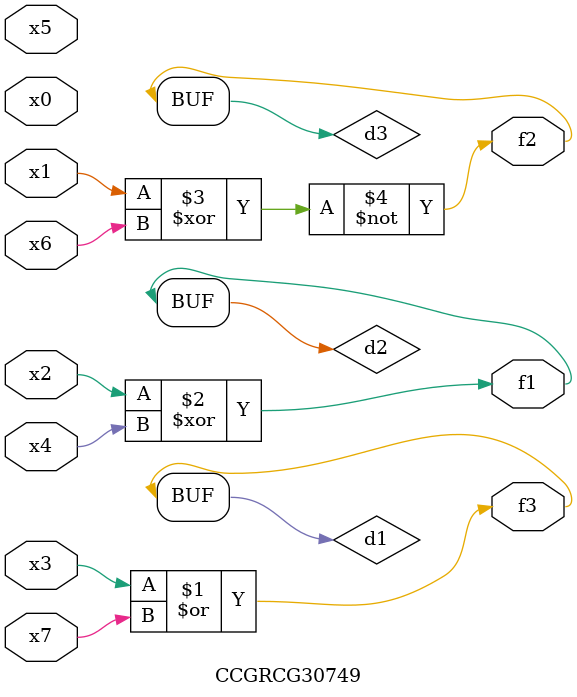
<source format=v>
module CCGRCG30749(
	input x0, x1, x2, x3, x4, x5, x6, x7,
	output f1, f2, f3
);

	wire d1, d2, d3;

	or (d1, x3, x7);
	xor (d2, x2, x4);
	xnor (d3, x1, x6);
	assign f1 = d2;
	assign f2 = d3;
	assign f3 = d1;
endmodule

</source>
